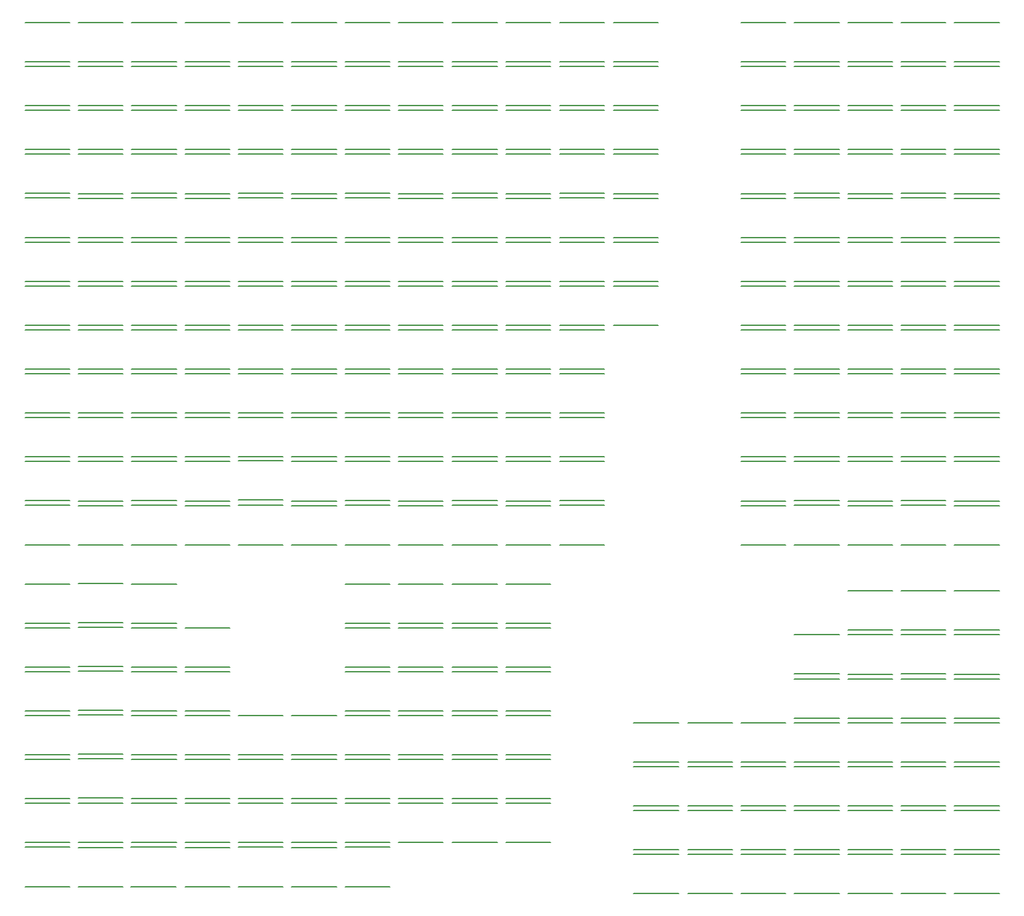
<source format=gbr>
G04 #@! TF.GenerationSoftware,KiCad,Pcbnew,(5.0.0)*
G04 #@! TF.CreationDate,2019-05-02T23:43:43-07:00*
G04 #@! TF.ProjectId,SSB Cap Board - Rev2,5353422043617020426F617264202D20,rev?*
G04 #@! TF.SameCoordinates,Original*
G04 #@! TF.FileFunction,Legend,Bot*
G04 #@! TF.FilePolarity,Positive*
%FSLAX46Y46*%
G04 Gerber Fmt 4.6, Leading zero omitted, Abs format (unit mm)*
G04 Created by KiCad (PCBNEW (5.0.0)) date 05/02/19 23:43:43*
%MOMM*%
%LPD*%
G01*
G04 APERTURE LIST*
%ADD10C,0.150000*%
G04 APERTURE END LIST*
D10*
G04 #@! TO.C,C505*
X42805000Y17195000D02*
X48505000Y17195000D01*
X42805000Y22195000D02*
X48505000Y22195000D01*
G04 #@! TO.C,C503*
X28095000Y16605000D02*
X22395000Y16605000D01*
X28095000Y11605000D02*
X22395000Y11605000D01*
G04 #@! TO.C,C502*
X56405000Y105895000D02*
X62105000Y105895000D01*
X56405000Y100895000D02*
X62105000Y100895000D01*
G04 #@! TO.C,C501*
X29205000Y100895000D02*
X34905000Y100895000D01*
X29205000Y105895000D02*
X34905000Y105895000D01*
G04 #@! TO.C,C500*
X56405000Y27795000D02*
X62105000Y27795000D01*
X56405000Y22795000D02*
X62105000Y22795000D01*
G04 #@! TO.C,C498*
X55295000Y-195000D02*
X49595000Y-195000D01*
X55295000Y-5195000D02*
X49595000Y-5195000D01*
G04 #@! TO.C,C452*
X42805000Y16595000D02*
X48505000Y16595000D01*
X42805000Y11595000D02*
X48505000Y11595000D01*
G04 #@! TO.C,C449*
X41695000Y55505000D02*
X35995000Y55505000D01*
X41695000Y50505000D02*
X35995000Y50505000D01*
G04 #@! TO.C,C496*
X15505000Y16595000D02*
X21205000Y16595000D01*
X15505000Y11595000D02*
X21205000Y11595000D01*
G04 #@! TO.C,C495*
X29205000Y395000D02*
X34905000Y395000D01*
X29205000Y5395000D02*
X34905000Y5395000D01*
G04 #@! TO.C,C494*
X42805000Y33395000D02*
X48505000Y33395000D01*
X42805000Y28395000D02*
X48505000Y28395000D01*
G04 #@! TO.C,C493*
X29205000Y95295000D02*
X34905000Y95295000D01*
X29205000Y100295000D02*
X34905000Y100295000D01*
G04 #@! TO.C,C492*
X56405000Y22195000D02*
X62105000Y22195000D01*
X56405000Y17195000D02*
X62105000Y17195000D01*
G04 #@! TO.C,C491*
X55295000Y5405000D02*
X49595000Y5405000D01*
X55295000Y405000D02*
X49595000Y405000D01*
G04 #@! TO.C,C490*
X42805000Y10995000D02*
X48505000Y10995000D01*
X42805000Y5995000D02*
X48505000Y5995000D01*
G04 #@! TO.C,C499*
X41695000Y61105000D02*
X35995000Y61105000D01*
X41695000Y56105000D02*
X35995000Y56105000D01*
G04 #@! TO.C,C497*
X28095000Y-5195000D02*
X22395000Y-5195000D01*
X28095000Y-195000D02*
X22395000Y-195000D01*
G04 #@! TO.C,C524*
X41695000Y49905000D02*
X35995000Y49905000D01*
X41695000Y44905000D02*
X35995000Y44905000D01*
G04 #@! TO.C,C523*
X29205000Y-205000D02*
X34905000Y-205000D01*
X29205000Y-5205000D02*
X34905000Y-5205000D01*
G04 #@! TO.C,C522*
X55295000Y83505000D02*
X49595000Y83505000D01*
X55295000Y78505000D02*
X49595000Y78505000D01*
G04 #@! TO.C,C521*
X29205000Y94695000D02*
X34905000Y94695000D01*
X29205000Y89695000D02*
X34905000Y89695000D01*
G04 #@! TO.C,C520*
X56405000Y11595000D02*
X62105000Y11595000D01*
X56405000Y16595000D02*
X62105000Y16595000D01*
G04 #@! TO.C,C519*
X55295000Y6005000D02*
X49595000Y6005000D01*
X55295000Y11005000D02*
X49595000Y11005000D01*
G04 #@! TO.C,C518*
X42805000Y395000D02*
X48505000Y395000D01*
X42805000Y5395000D02*
X48505000Y5395000D01*
G04 #@! TO.C,C480*
X41695000Y61705000D02*
X35995000Y61705000D01*
X41695000Y66705000D02*
X35995000Y66705000D01*
G04 #@! TO.C,C506*
X28095000Y5405000D02*
X22395000Y5405000D01*
X28095000Y405000D02*
X22395000Y405000D01*
G04 #@! TO.C,C515*
X42805000Y105895000D02*
X48505000Y105895000D01*
X42805000Y100895000D02*
X48505000Y100895000D01*
G04 #@! TO.C,C514*
X41695000Y-195000D02*
X35995000Y-195000D01*
X41695000Y-5195000D02*
X35995000Y-5195000D01*
G04 #@! TO.C,C513*
X56405000Y44295000D02*
X62105000Y44295000D01*
X56405000Y39295000D02*
X62105000Y39295000D01*
G04 #@! TO.C,C512*
X55295000Y89105000D02*
X49595000Y89105000D01*
X55295000Y84105000D02*
X49595000Y84105000D01*
G04 #@! TO.C,C511*
X29205000Y89095000D02*
X34905000Y89095000D01*
X29205000Y84095000D02*
X34905000Y84095000D01*
G04 #@! TO.C,C510*
X56405000Y5995000D02*
X62105000Y5995000D01*
X56405000Y10995000D02*
X62105000Y10995000D01*
G04 #@! TO.C,C509*
X55295000Y11605000D02*
X49595000Y11605000D01*
X55295000Y16605000D02*
X49595000Y16605000D01*
G04 #@! TO.C,C507*
X42805000Y-5205000D02*
X48505000Y-5205000D01*
X42805000Y-205000D02*
X48505000Y-205000D01*
G04 #@! TO.C,C516*
X41695000Y67305000D02*
X35995000Y67305000D01*
X41695000Y72305000D02*
X35995000Y72305000D01*
G04 #@! TO.C,C469*
X28095000Y11005000D02*
X22395000Y11005000D01*
X28095000Y6005000D02*
X22395000Y6005000D01*
G04 #@! TO.C,C468*
X42805000Y100295000D02*
X48505000Y100295000D01*
X42805000Y95295000D02*
X48505000Y95295000D01*
G04 #@! TO.C,C467*
X41695000Y5405000D02*
X35995000Y5405000D01*
X41695000Y405000D02*
X35995000Y405000D01*
G04 #@! TO.C,C466*
X55295000Y39305000D02*
X49595000Y39305000D01*
X55295000Y44305000D02*
X49595000Y44305000D01*
G04 #@! TO.C,C465*
X55295000Y94705000D02*
X49595000Y94705000D01*
X55295000Y89705000D02*
X49595000Y89705000D01*
G04 #@! TO.C,C464*
X42805000Y44295000D02*
X48505000Y44295000D01*
X42805000Y39295000D02*
X48505000Y39295000D01*
G04 #@! TO.C,C463*
X29205000Y78495000D02*
X34905000Y78495000D01*
X29205000Y83495000D02*
X34905000Y83495000D01*
G04 #@! TO.C,C461*
X56405000Y5395000D02*
X62105000Y5395000D01*
X56405000Y395000D02*
X62105000Y395000D01*
G04 #@! TO.C,C488*
X55295000Y22205000D02*
X49595000Y22205000D01*
X55295000Y17205000D02*
X49595000Y17205000D01*
G04 #@! TO.C,C460*
X41695000Y72905000D02*
X35995000Y72905000D01*
X41695000Y77905000D02*
X35995000Y77905000D01*
G04 #@! TO.C,C459*
X29205000Y5995000D02*
X34905000Y5995000D01*
X29205000Y10995000D02*
X34905000Y10995000D01*
G04 #@! TO.C,C458*
X42805000Y94695000D02*
X48505000Y94695000D01*
X42805000Y89695000D02*
X48505000Y89695000D01*
G04 #@! TO.C,C457*
X41695000Y11005000D02*
X35995000Y11005000D01*
X41695000Y6005000D02*
X35995000Y6005000D01*
G04 #@! TO.C,C455*
X55295000Y100305000D02*
X49595000Y100305000D01*
X55295000Y95305000D02*
X49595000Y95305000D01*
G04 #@! TO.C,C454*
X41695000Y39305000D02*
X35995000Y39305000D01*
X41695000Y44305000D02*
X35995000Y44305000D01*
G04 #@! TO.C,C453*
X29205000Y72895000D02*
X34905000Y72895000D01*
X29205000Y77895000D02*
X34905000Y77895000D01*
G04 #@! TO.C,C489*
X41695000Y22205000D02*
X35995000Y22205000D01*
X41695000Y17205000D02*
X35995000Y17205000D01*
G04 #@! TO.C,C487*
X55295000Y22805000D02*
X49595000Y22805000D01*
X55295000Y27805000D02*
X49595000Y27805000D01*
G04 #@! TO.C,C486*
X41695000Y83505000D02*
X35995000Y83505000D01*
X41695000Y78505000D02*
X35995000Y78505000D01*
G04 #@! TO.C,C485*
X42805000Y89095000D02*
X48505000Y89095000D01*
X42805000Y84095000D02*
X48505000Y84095000D01*
G04 #@! TO.C,C484*
X41695000Y16605000D02*
X35995000Y16605000D01*
X41695000Y11605000D02*
X35995000Y11605000D01*
G04 #@! TO.C,C483*
X56405000Y89095000D02*
X62105000Y89095000D01*
X56405000Y84095000D02*
X62105000Y84095000D01*
G04 #@! TO.C,C482*
X55295000Y105905000D02*
X49595000Y105905000D01*
X55295000Y100905000D02*
X49595000Y100905000D01*
G04 #@! TO.C,C481*
X56405000Y100295000D02*
X62105000Y100295000D01*
X56405000Y95295000D02*
X62105000Y95295000D01*
G04 #@! TO.C,C508*
X29205000Y67295000D02*
X34905000Y67295000D01*
X29205000Y72295000D02*
X34905000Y72295000D01*
G04 #@! TO.C,C478*
X15505000Y5995000D02*
X21205000Y5995000D01*
X15505000Y10995000D02*
X21205000Y10995000D01*
G04 #@! TO.C,C476*
X42805000Y22795000D02*
X48505000Y22795000D01*
X42805000Y27795000D02*
X48505000Y27795000D01*
G04 #@! TO.C,C475*
X41695000Y84105000D02*
X35995000Y84105000D01*
X41695000Y89105000D02*
X35995000Y89105000D01*
G04 #@! TO.C,C474*
X42805000Y78495000D02*
X48505000Y78495000D01*
X42805000Y83495000D02*
X48505000Y83495000D01*
G04 #@! TO.C,C473*
X56405000Y83495000D02*
X62105000Y83495000D01*
X56405000Y78495000D02*
X62105000Y78495000D01*
G04 #@! TO.C,C472*
X56405000Y-5205000D02*
X62105000Y-5205000D01*
X56405000Y-205000D02*
X62105000Y-205000D01*
G04 #@! TO.C,C471*
X55295000Y28405000D02*
X49595000Y28405000D01*
X55295000Y33405000D02*
X49595000Y33405000D01*
G04 #@! TO.C,C470*
X29205000Y61695000D02*
X34905000Y61695000D01*
X29205000Y66695000D02*
X34905000Y66695000D01*
G04 #@! TO.C,C579*
X15505000Y395000D02*
X21205000Y395000D01*
X15505000Y5395000D02*
X21205000Y5395000D01*
G04 #@! TO.C,C575*
X41695000Y94705000D02*
X35995000Y94705000D01*
X41695000Y89705000D02*
X35995000Y89705000D01*
G04 #@! TO.C,C574*
X42805000Y77895000D02*
X48505000Y77895000D01*
X42805000Y72895000D02*
X48505000Y72895000D01*
G04 #@! TO.C,C600*
X56405000Y72895000D02*
X62105000Y72895000D01*
X56405000Y77895000D02*
X62105000Y77895000D01*
G04 #@! TO.C,C572*
X56405000Y33395000D02*
X62105000Y33395000D01*
X56405000Y28395000D02*
X62105000Y28395000D01*
G04 #@! TO.C,C525*
X29205000Y56095000D02*
X34905000Y56095000D01*
X29205000Y61095000D02*
X34905000Y61095000D01*
G04 #@! TO.C,C569*
X15505000Y-5205000D02*
X21205000Y-5205000D01*
X15505000Y-205000D02*
X21205000Y-205000D01*
G04 #@! TO.C,C565*
X41695000Y100305000D02*
X35995000Y100305000D01*
X41695000Y95305000D02*
X35995000Y95305000D01*
G04 #@! TO.C,C526*
X42805000Y67295000D02*
X48505000Y67295000D01*
X42805000Y72295000D02*
X48505000Y72295000D01*
G04 #@! TO.C,C571*
X56405000Y72295000D02*
X62105000Y72295000D01*
X56405000Y67295000D02*
X62105000Y67295000D01*
G04 #@! TO.C,C598*
X41695000Y27805000D02*
X35995000Y27805000D01*
X41695000Y22805000D02*
X35995000Y22805000D01*
G04 #@! TO.C,C582*
X41695000Y105905000D02*
X35995000Y105905000D01*
X41695000Y100905000D02*
X35995000Y100905000D01*
G04 #@! TO.C,C580*
X56405000Y94695000D02*
X62105000Y94695000D01*
X56405000Y89695000D02*
X62105000Y89695000D01*
G04 #@! TO.C,C589*
X42805000Y61695000D02*
X48505000Y61695000D01*
X42805000Y66695000D02*
X48505000Y66695000D01*
G04 #@! TO.C,C587*
X56405000Y61695000D02*
X62105000Y61695000D01*
X56405000Y66695000D02*
X62105000Y66695000D01*
G04 #@! TO.C,C586*
X55295000Y44905000D02*
X49595000Y44905000D01*
X55295000Y49905000D02*
X49595000Y49905000D01*
G04 #@! TO.C,C581*
X29205000Y50495000D02*
X34905000Y50495000D01*
X29205000Y55495000D02*
X34905000Y55495000D01*
G04 #@! TO.C,C543*
X42805000Y56095000D02*
X48505000Y56095000D01*
X42805000Y61095000D02*
X48505000Y61095000D01*
G04 #@! TO.C,C541*
X56405000Y56095000D02*
X62105000Y56095000D01*
X56405000Y61095000D02*
X62105000Y61095000D01*
G04 #@! TO.C,C539*
X55295000Y55505000D02*
X49595000Y55505000D01*
X55295000Y50505000D02*
X49595000Y50505000D01*
G04 #@! TO.C,C538*
X29205000Y16595000D02*
X34905000Y16595000D01*
X29205000Y11595000D02*
X34905000Y11595000D01*
G04 #@! TO.C,C563*
X29205000Y44895000D02*
X34905000Y44895000D01*
X29205000Y49895000D02*
X34905000Y49895000D01*
G04 #@! TO.C,C533*
X42805000Y50495000D02*
X48505000Y50495000D01*
X42805000Y55495000D02*
X48505000Y55495000D01*
G04 #@! TO.C,C531*
X56405000Y50495000D02*
X62105000Y50495000D01*
X56405000Y55495000D02*
X62105000Y55495000D01*
G04 #@! TO.C,C529*
X55295000Y61105000D02*
X49595000Y61105000D01*
X55295000Y56105000D02*
X49595000Y56105000D01*
G04 #@! TO.C,C561*
X42805000Y44895000D02*
X48505000Y44895000D01*
X42805000Y49895000D02*
X48505000Y49895000D01*
G04 #@! TO.C,C559*
X56405000Y44895000D02*
X62105000Y44895000D01*
X56405000Y49895000D02*
X62105000Y49895000D01*
G04 #@! TO.C,C557*
X55295000Y66705000D02*
X49595000Y66705000D01*
X55295000Y61705000D02*
X49595000Y61705000D01*
G04 #@! TO.C,C549*
X29205000Y39295000D02*
X34905000Y39295000D01*
X29205000Y44295000D02*
X34905000Y44295000D01*
G04 #@! TO.C,C547*
X55295000Y72305000D02*
X49595000Y72305000D01*
X55295000Y67305000D02*
X49595000Y67305000D01*
G04 #@! TO.C,C426*
X55295000Y72905000D02*
X49595000Y72905000D01*
X55295000Y77905000D02*
X49595000Y77905000D01*
G04 #@! TO.C,C173*
X-56405000Y29305000D02*
X-62105000Y29305000D01*
X-56405000Y34305000D02*
X-62105000Y34305000D01*
G04 #@! TO.C,C300*
X-28095000Y78495000D02*
X-22395000Y78495000D01*
X-28095000Y83495000D02*
X-22395000Y83495000D01*
G04 #@! TO.C,C242*
X-28095000Y84095000D02*
X-22395000Y84095000D01*
X-28095000Y89095000D02*
X-22395000Y89095000D01*
G04 #@! TO.C,C239*
X-28095000Y61095000D02*
X-22395000Y61095000D01*
X-28095000Y56095000D02*
X-22395000Y56095000D01*
G04 #@! TO.C,C232*
X-28095000Y94695000D02*
X-22395000Y94695000D01*
X-28095000Y89695000D02*
X-22395000Y89695000D01*
G04 #@! TO.C,C250*
X-28095000Y61695000D02*
X-22395000Y61695000D01*
X-28095000Y66695000D02*
X-22395000Y66695000D01*
G04 #@! TO.C,C255*
X-28095000Y44295000D02*
X-22395000Y44295000D01*
X-28095000Y39295000D02*
X-22395000Y39295000D01*
G04 #@! TO.C,C64*
X-56405000Y23705000D02*
X-62105000Y23705000D01*
X-56405000Y28705000D02*
X-62105000Y28705000D01*
G04 #@! TO.C,C5*
X12905000Y94695000D02*
X18605000Y94695000D01*
X12905000Y89695000D02*
X18605000Y89695000D01*
G04 #@! TO.C,C23*
X12905000Y100295000D02*
X18605000Y100295000D01*
X12905000Y95295000D02*
X18605000Y95295000D01*
G04 #@! TO.C,C29*
X12905000Y72895000D02*
X18605000Y72895000D01*
X12905000Y77895000D02*
X18605000Y77895000D01*
G04 #@! TO.C,C129*
X12905000Y105895000D02*
X18605000Y105895000D01*
X12905000Y100895000D02*
X18605000Y100895000D01*
G04 #@! TO.C,C128*
X12905000Y78495000D02*
X18605000Y78495000D01*
X12905000Y83495000D02*
X18605000Y83495000D01*
G04 #@! TO.C,C127*
X12905000Y72295000D02*
X18605000Y72295000D01*
X12905000Y67295000D02*
X18605000Y67295000D01*
G04 #@! TO.C,C110*
X12905000Y89095000D02*
X18605000Y89095000D01*
X12905000Y84095000D02*
X18605000Y84095000D01*
G04 #@! TO.C,C307*
X-28095000Y72895000D02*
X-22395000Y72895000D01*
X-28095000Y77895000D02*
X-22395000Y77895000D01*
G04 #@! TO.C,C337*
X-28095000Y49895000D02*
X-22395000Y49895000D01*
X-28095000Y44895000D02*
X-22395000Y44895000D01*
G04 #@! TO.C,C326*
X-28095000Y100895000D02*
X-22395000Y100895000D01*
X-28095000Y105895000D02*
X-22395000Y105895000D01*
G04 #@! TO.C,C323*
X-28095000Y72295000D02*
X-22395000Y72295000D01*
X-28095000Y67295000D02*
X-22395000Y67295000D01*
G04 #@! TO.C,C391*
X-28095000Y100295000D02*
X-22395000Y100295000D01*
X-28095000Y95295000D02*
X-22395000Y95295000D01*
G04 #@! TO.C,C400*
X-28095000Y55495000D02*
X-22395000Y55495000D01*
X-28095000Y50495000D02*
X-22395000Y50495000D01*
G04 #@! TO.C,C342*
X-41695000Y-4305000D02*
X-35995000Y-4305000D01*
X-41695000Y695000D02*
X-35995000Y695000D01*
G04 #@! TO.C,C341*
X-42880365Y705000D02*
X-48580365Y705000D01*
X-42880365Y-4295000D02*
X-48580365Y-4295000D01*
G04 #@! TO.C,C340*
X-28095000Y1295000D02*
X-22395000Y1295000D01*
X-28095000Y6295000D02*
X-22395000Y6295000D01*
G04 #@! TO.C,C339*
X-15605000Y705000D02*
X-21305000Y705000D01*
X-15605000Y-4295000D02*
X-21305000Y-4295000D01*
G04 #@! TO.C,C338*
X-56405000Y44305000D02*
X-62105000Y44305000D01*
X-56405000Y39305000D02*
X-62105000Y39305000D01*
G04 #@! TO.C,C336*
X-29205000Y705000D02*
X-34905000Y705000D01*
X-29205000Y-4295000D02*
X-34905000Y-4295000D01*
G04 #@! TO.C,C335*
X-55295000Y23795000D02*
X-49595000Y23795000D01*
X-55295000Y28795000D02*
X-49595000Y28795000D01*
G04 #@! TO.C,C334*
X-42805000Y6305000D02*
X-48505000Y6305000D01*
X-42805000Y1305000D02*
X-48505000Y1305000D01*
G04 #@! TO.C,C333*
X-42805000Y34305000D02*
X-48505000Y34305000D01*
X-42805000Y29305000D02*
X-48505000Y29305000D01*
G04 #@! TO.C,C332*
X-28095000Y-4305000D02*
X-22395000Y-4305000D01*
X-28095000Y695000D02*
X-22395000Y695000D01*
G04 #@! TO.C,C376*
X-15605000Y6305000D02*
X-21305000Y6305000D01*
X-15605000Y1305000D02*
X-21305000Y1305000D01*
G04 #@! TO.C,C328*
X-56405000Y49905000D02*
X-62105000Y49905000D01*
X-56405000Y44905000D02*
X-62105000Y44905000D01*
G04 #@! TO.C,C327*
X-55295000Y95295000D02*
X-49595000Y95295000D01*
X-55295000Y100295000D02*
X-49595000Y100295000D01*
G04 #@! TO.C,C325*
X-55295000Y18195000D02*
X-49595000Y18195000D01*
X-55295000Y23195000D02*
X-49595000Y23195000D01*
G04 #@! TO.C,C324*
X-42805000Y11905000D02*
X-48505000Y11905000D01*
X-42805000Y6905000D02*
X-48505000Y6905000D01*
G04 #@! TO.C,C322*
X-55295000Y-4305000D02*
X-49595000Y-4305000D01*
X-55295000Y695000D02*
X-49595000Y695000D01*
G04 #@! TO.C,C321*
X-15605000Y11905000D02*
X-21305000Y11905000D01*
X-15605000Y6905000D02*
X-21305000Y6905000D01*
G04 #@! TO.C,C320*
X-56405000Y55505000D02*
X-62105000Y55505000D01*
X-56405000Y50505000D02*
X-62105000Y50505000D01*
G04 #@! TO.C,C319*
X-55295000Y89695000D02*
X-49595000Y89695000D01*
X-55295000Y94695000D02*
X-49595000Y94695000D01*
G04 #@! TO.C,C318*
X-1905000Y44305000D02*
X-7605000Y44305000D01*
X-1905000Y39305000D02*
X-7605000Y39305000D01*
G04 #@! TO.C,C317*
X-29205000Y11905000D02*
X-34905000Y11905000D01*
X-29205000Y6905000D02*
X-34905000Y6905000D01*
G04 #@! TO.C,C316*
X-55295000Y12595000D02*
X-49595000Y12595000D01*
X-55295000Y17595000D02*
X-49595000Y17595000D01*
G04 #@! TO.C,C331*
X-42805000Y17505000D02*
X-48505000Y17505000D01*
X-42805000Y12505000D02*
X-48505000Y12505000D01*
G04 #@! TO.C,C330*
X-41695000Y23695000D02*
X-35995000Y23695000D01*
X-41695000Y28695000D02*
X-35995000Y28695000D01*
G04 #@! TO.C,C329*
X-1905000Y6305000D02*
X-7605000Y6305000D01*
X-1905000Y1305000D02*
X-7605000Y1305000D01*
G04 #@! TO.C,C374*
X-15605000Y17505000D02*
X-21305000Y17505000D01*
X-15605000Y12505000D02*
X-21305000Y12505000D01*
G04 #@! TO.C,C373*
X-56405000Y61105000D02*
X-62105000Y61105000D01*
X-56405000Y56105000D02*
X-62105000Y56105000D01*
G04 #@! TO.C,C372*
X-55295000Y84095000D02*
X-49595000Y84095000D01*
X-55295000Y89095000D02*
X-49595000Y89095000D01*
G04 #@! TO.C,C371*
X-795000Y89695000D02*
X4905000Y89695000D01*
X-795000Y94695000D02*
X4905000Y94695000D01*
G04 #@! TO.C,C370*
X-55295000Y1295000D02*
X-49595000Y1295000D01*
X-55295000Y6295000D02*
X-49595000Y6295000D01*
G04 #@! TO.C,C369*
X-1905000Y49905000D02*
X-7605000Y49905000D01*
X-1905000Y44905000D02*
X-7605000Y44905000D01*
G04 #@! TO.C,C368*
X-14495000Y100895000D02*
X-8795000Y100895000D01*
X-14495000Y105895000D02*
X-8795000Y105895000D01*
G04 #@! TO.C,C367*
X-55295000Y6995000D02*
X-49595000Y6995000D01*
X-55295000Y11995000D02*
X-49595000Y11995000D01*
G04 #@! TO.C,C366*
X-42805000Y23105000D02*
X-48505000Y23105000D01*
X-42805000Y18105000D02*
X-48505000Y18105000D01*
G04 #@! TO.C,C365*
X-41695000Y18095000D02*
X-35995000Y18095000D01*
X-41695000Y23095000D02*
X-35995000Y23095000D01*
G04 #@! TO.C,C364*
X-1905000Y11905000D02*
X-7605000Y11905000D01*
X-1905000Y6905000D02*
X-7605000Y6905000D01*
G04 #@! TO.C,C363*
X-15605000Y23105000D02*
X-21305000Y23105000D01*
X-15605000Y18105000D02*
X-21305000Y18105000D01*
G04 #@! TO.C,C346*
X-56405000Y66705000D02*
X-62105000Y66705000D01*
X-56405000Y61705000D02*
X-62105000Y61705000D01*
G04 #@! TO.C,C344*
X-55295000Y78495000D02*
X-49595000Y78495000D01*
X-55295000Y83495000D02*
X-49595000Y83495000D01*
G04 #@! TO.C,C359*
X-795000Y84095000D02*
X4905000Y84095000D01*
X-795000Y89095000D02*
X4905000Y89095000D01*
G04 #@! TO.C,C358*
X-1905000Y55505000D02*
X-7605000Y55505000D01*
X-1905000Y50505000D02*
X-7605000Y50505000D01*
G04 #@! TO.C,C357*
X-14495000Y95295000D02*
X-8795000Y95295000D01*
X-14495000Y100295000D02*
X-8795000Y100295000D01*
G04 #@! TO.C,C356*
X-29205000Y17505000D02*
X-34905000Y17505000D01*
X-29205000Y12505000D02*
X-34905000Y12505000D01*
G04 #@! TO.C,C355*
X-56405000Y11905000D02*
X-62105000Y11905000D01*
X-56405000Y6905000D02*
X-62105000Y6905000D01*
G04 #@! TO.C,C354*
X-42805000Y28705000D02*
X-48505000Y28705000D01*
X-42805000Y23705000D02*
X-48505000Y23705000D01*
G04 #@! TO.C,C353*
X-41695000Y12495000D02*
X-35995000Y12495000D01*
X-41695000Y17495000D02*
X-35995000Y17495000D01*
G04 #@! TO.C,C352*
X-1905000Y17505000D02*
X-7605000Y17505000D01*
X-1905000Y12505000D02*
X-7605000Y12505000D01*
G04 #@! TO.C,C351*
X-15605000Y28705000D02*
X-21305000Y28705000D01*
X-15605000Y23705000D02*
X-21305000Y23705000D01*
G04 #@! TO.C,C350*
X-56405000Y72305000D02*
X-62105000Y72305000D01*
X-56405000Y67305000D02*
X-62105000Y67305000D01*
G04 #@! TO.C,C349*
X-55295000Y72895000D02*
X-49595000Y72895000D01*
X-55295000Y77895000D02*
X-49595000Y77895000D01*
G04 #@! TO.C,C348*
X-795000Y78495000D02*
X4905000Y78495000D01*
X-795000Y83495000D02*
X4905000Y83495000D01*
G04 #@! TO.C,C347*
X-1905000Y61105000D02*
X-7605000Y61105000D01*
X-1905000Y56105000D02*
X-7605000Y56105000D01*
G04 #@! TO.C,C362*
X-14495000Y89695000D02*
X-8795000Y89695000D01*
X-14495000Y94695000D02*
X-8795000Y94695000D01*
G04 #@! TO.C,C361*
X-15605000Y49905000D02*
X-21305000Y49905000D01*
X-15605000Y44905000D02*
X-21305000Y44905000D01*
G04 #@! TO.C,C360*
X-14495000Y29295000D02*
X-8795000Y29295000D01*
X-14495000Y34295000D02*
X-8795000Y34295000D01*
G04 #@! TO.C,C279*
X-56405000Y105905000D02*
X-62105000Y105905000D01*
X-56405000Y100905000D02*
X-62105000Y100905000D01*
G04 #@! TO.C,C278*
X-795000Y72895000D02*
X4905000Y72895000D01*
X-795000Y77895000D02*
X4905000Y77895000D01*
G04 #@! TO.C,C277*
X-14495000Y78495000D02*
X-8795000Y78495000D01*
X-14495000Y83495000D02*
X-8795000Y83495000D01*
G04 #@! TO.C,C276*
X-795000Y100895000D02*
X4905000Y100895000D01*
X-795000Y105895000D02*
X4905000Y105895000D01*
G04 #@! TO.C,C275*
X-28095000Y6895000D02*
X-22395000Y6895000D01*
X-28095000Y11895000D02*
X-22395000Y11895000D01*
G04 #@! TO.C,C274*
X-15605000Y44305000D02*
X-21305000Y44305000D01*
X-15605000Y39305000D02*
X-21305000Y39305000D01*
G04 #@! TO.C,C272*
X-55295000Y50495000D02*
X-49595000Y50495000D01*
X-55295000Y55495000D02*
X-49595000Y55495000D01*
G04 #@! TO.C,C271*
X-795000Y56095000D02*
X4905000Y56095000D01*
X-795000Y61095000D02*
X4905000Y61095000D01*
G04 #@! TO.C,C270*
X-1905000Y83505000D02*
X-7605000Y83505000D01*
X-1905000Y78505000D02*
X-7605000Y78505000D01*
G04 #@! TO.C,C269*
X-14495000Y67295000D02*
X-8795000Y67295000D01*
X-14495000Y72295000D02*
X-8795000Y72295000D01*
G04 #@! TO.C,C315*
X-15605000Y72305000D02*
X-21305000Y72305000D01*
X-15605000Y67305000D02*
X-21305000Y67305000D01*
G04 #@! TO.C,C267*
X-55295000Y100895000D02*
X-49595000Y100895000D01*
X-55295000Y105895000D02*
X-49595000Y105895000D01*
G04 #@! TO.C,C313*
X-14495000Y12495000D02*
X-8795000Y12495000D01*
X-14495000Y17495000D02*
X-8795000Y17495000D01*
G04 #@! TO.C,C312*
X-1905000Y105905000D02*
X-7605000Y105905000D01*
X-1905000Y100905000D02*
X-7605000Y100905000D01*
G04 #@! TO.C,C263*
X-15605000Y83505000D02*
X-21305000Y83505000D01*
X-15605000Y78505000D02*
X-21305000Y78505000D01*
G04 #@! TO.C,C256*
X-795000Y39295000D02*
X4905000Y39295000D01*
X-795000Y44295000D02*
X4905000Y44295000D01*
G04 #@! TO.C,C254*
X-1905000Y100305000D02*
X-7605000Y100305000D01*
X-1905000Y95305000D02*
X-7605000Y95305000D01*
G04 #@! TO.C,C253*
X-14495000Y50495000D02*
X-8795000Y50495000D01*
X-14495000Y55495000D02*
X-8795000Y55495000D01*
G04 #@! TO.C,C268*
X-15605000Y89105000D02*
X-21305000Y89105000D01*
X-15605000Y84105000D02*
X-21305000Y84105000D01*
G04 #@! TO.C,C306*
X-14495000Y44895000D02*
X-8795000Y44895000D01*
X-14495000Y49895000D02*
X-8795000Y49895000D01*
G04 #@! TO.C,C305*
X-15605000Y94705000D02*
X-21305000Y94705000D01*
X-15605000Y89705000D02*
X-21305000Y89705000D01*
G04 #@! TO.C,C297*
X-14495000Y39295000D02*
X-8795000Y39295000D01*
X-14495000Y44295000D02*
X-8795000Y44295000D01*
G04 #@! TO.C,C280*
X-15605000Y100305000D02*
X-21305000Y100305000D01*
X-15605000Y95305000D02*
X-21305000Y95305000D01*
G04 #@! TO.C,C290*
X-795000Y95295000D02*
X4905000Y95295000D01*
X-795000Y100295000D02*
X4905000Y100295000D01*
G04 #@! TO.C,C288*
X-15605000Y105905000D02*
X-21305000Y105905000D01*
X-15605000Y100905000D02*
X-21305000Y100905000D01*
G04 #@! TO.C,C375*
X-55295000Y44895000D02*
X-49595000Y44895000D01*
X-55295000Y49895000D02*
X-49595000Y49895000D01*
G04 #@! TO.C,C393*
X-41695000Y100895000D02*
X-35995000Y100895000D01*
X-41695000Y105895000D02*
X-35995000Y105895000D01*
G04 #@! TO.C,C69*
X11795000Y89105000D02*
X6095000Y89105000D01*
X11795000Y84105000D02*
X6095000Y84105000D01*
G04 #@! TO.C,C67*
X-795000Y1295000D02*
X4905000Y1295000D01*
X-795000Y6295000D02*
X4905000Y6295000D01*
G04 #@! TO.C,C66*
X-795000Y23695000D02*
X4905000Y23695000D01*
X-795000Y28695000D02*
X4905000Y28695000D01*
G04 #@! TO.C,C65*
X11795000Y49905000D02*
X6095000Y49905000D01*
X11795000Y44905000D02*
X6095000Y44905000D01*
G04 #@! TO.C,C79*
X-29205000Y50011105D02*
X-34905000Y50011105D01*
X-29205000Y45011105D02*
X-34905000Y45011105D01*
G04 #@! TO.C,C124*
X-42805000Y49905000D02*
X-48505000Y49905000D01*
X-42805000Y44905000D02*
X-48505000Y44905000D01*
G04 #@! TO.C,C123*
X-41695000Y89695000D02*
X-35995000Y89695000D01*
X-41695000Y94695000D02*
X-35995000Y94695000D01*
G04 #@! TO.C,C122*
X11795000Y44305000D02*
X6095000Y44305000D01*
X11795000Y39305000D02*
X6095000Y39305000D01*
G04 #@! TO.C,C121*
X11795000Y105915470D02*
X6095000Y105915470D01*
X11795000Y100915470D02*
X6095000Y100915470D01*
G04 #@! TO.C,C117*
X-29205000Y94705000D02*
X-34905000Y94705000D01*
X-29205000Y89705000D02*
X-34905000Y89705000D01*
G04 #@! TO.C,C116*
X-29205000Y55505000D02*
X-34905000Y55505000D01*
X-29205000Y50505000D02*
X-34905000Y50505000D01*
G04 #@! TO.C,C115*
X-42805000Y55505000D02*
X-48505000Y55505000D01*
X-42805000Y50505000D02*
X-48505000Y50505000D01*
G04 #@! TO.C,C114*
X-41695000Y84095000D02*
X-35995000Y84095000D01*
X-41695000Y89095000D02*
X-35995000Y89095000D01*
G04 #@! TO.C,C113*
X-56405000Y705000D02*
X-62105000Y705000D01*
X-56405000Y-4295000D02*
X-62105000Y-4295000D01*
G04 #@! TO.C,C112*
X-29205000Y83505000D02*
X-34905000Y83505000D01*
X-29205000Y78505000D02*
X-34905000Y78505000D01*
G04 #@! TO.C,C111*
X-42805000Y83505000D02*
X-48505000Y83505000D01*
X-42805000Y78505000D02*
X-48505000Y78505000D01*
G04 #@! TO.C,C159*
X-41695000Y56095000D02*
X-35995000Y56095000D01*
X-41695000Y61095000D02*
X-35995000Y61095000D01*
G04 #@! TO.C,C109*
X11795000Y77905000D02*
X6095000Y77905000D01*
X11795000Y72905000D02*
X6095000Y72905000D01*
G04 #@! TO.C,C107*
X-795000Y18095000D02*
X4905000Y18095000D01*
X-795000Y23095000D02*
X4905000Y23095000D01*
G04 #@! TO.C,C104*
X-795000Y6895000D02*
X4905000Y6895000D01*
X-795000Y11895000D02*
X4905000Y11895000D01*
G04 #@! TO.C,C103*
X-29205000Y105905000D02*
X-34905000Y105905000D01*
X-29205000Y100905000D02*
X-34905000Y100905000D01*
G04 #@! TO.C,C102*
X-29205000Y66705000D02*
X-34905000Y66705000D01*
X-29205000Y61705000D02*
X-34905000Y61705000D01*
G04 #@! TO.C,C101*
X-42805000Y66705000D02*
X-48505000Y66705000D01*
X-42805000Y61705000D02*
X-48505000Y61705000D01*
G04 #@! TO.C,C100*
X-41695000Y72895000D02*
X-35995000Y72895000D01*
X-41695000Y77895000D02*
X-35995000Y77895000D01*
G04 #@! TO.C,C99*
X11795000Y61105000D02*
X6095000Y61105000D01*
X11795000Y56105000D02*
X6095000Y56105000D01*
G04 #@! TO.C,C98*
X-42805000Y105905000D02*
X-48505000Y105905000D01*
X-42805000Y100905000D02*
X-48505000Y100905000D01*
G04 #@! TO.C,C28*
X-795000Y29295000D02*
X4905000Y29295000D01*
X-795000Y34295000D02*
X4905000Y34295000D01*
G04 #@! TO.C,C27*
X-14495000Y1295000D02*
X-8795000Y1295000D01*
X-14495000Y6295000D02*
X-8795000Y6295000D01*
G04 #@! TO.C,C26*
X-29205000Y44305000D02*
X-34905000Y44305000D01*
X-29205000Y39305000D02*
X-34905000Y39305000D01*
G04 #@! TO.C,C25*
X-42805000Y44305000D02*
X-48505000Y44305000D01*
X-42805000Y39305000D02*
X-48505000Y39305000D01*
G04 #@! TO.C,C24*
X-41695000Y95295000D02*
X-35995000Y95295000D01*
X-41695000Y100295000D02*
X-35995000Y100295000D01*
G04 #@! TO.C,C20*
X-42805000Y72305000D02*
X-48505000Y72305000D01*
X-42805000Y67305000D02*
X-48505000Y67305000D01*
G04 #@! TO.C,C19*
X-41695000Y67295000D02*
X-35995000Y67295000D01*
X-41695000Y72295000D02*
X-35995000Y72295000D01*
G04 #@! TO.C,C18*
X11795000Y66705000D02*
X6095000Y66705000D01*
X11795000Y61705000D02*
X6095000Y61705000D01*
G04 #@! TO.C,C6*
X-29205000Y77905000D02*
X-34905000Y77905000D01*
X-29205000Y72905000D02*
X-34905000Y72905000D01*
G04 #@! TO.C,C7*
X-42805000Y77905000D02*
X-48505000Y77905000D01*
X-42805000Y72905000D02*
X-48505000Y72905000D01*
G04 #@! TO.C,C8*
X-41695000Y61695000D02*
X-35995000Y61695000D01*
X-41695000Y66695000D02*
X-35995000Y66695000D01*
G04 #@! TO.C,C9*
X11795000Y72305000D02*
X6095000Y72305000D01*
X11795000Y67305000D02*
X6095000Y67305000D01*
G04 #@! TO.C,C17*
X-56405000Y17505000D02*
X-62105000Y17505000D01*
X-56405000Y12505000D02*
X-62105000Y12505000D01*
G04 #@! TO.C,C58*
X-29205000Y89105000D02*
X-34905000Y89105000D01*
X-29205000Y84105000D02*
X-34905000Y84105000D01*
G04 #@! TO.C,C57*
X-41695000Y44895000D02*
X-35995000Y44895000D01*
X-41695000Y49895000D02*
X-35995000Y49895000D01*
G04 #@! TO.C,C56*
X-42805000Y89105000D02*
X-48505000Y89105000D01*
X-42805000Y84105000D02*
X-48505000Y84105000D01*
G04 #@! TO.C,C55*
X-41695000Y50495000D02*
X-35995000Y50495000D01*
X-41695000Y55495000D02*
X-35995000Y55495000D01*
G04 #@! TO.C,C54*
X11795000Y83505000D02*
X6095000Y83505000D01*
X11795000Y78505000D02*
X6095000Y78505000D01*
G04 #@! TO.C,C30*
X-42805000Y94705000D02*
X-48505000Y94705000D01*
X-42805000Y89705000D02*
X-48505000Y89705000D01*
G04 #@! TO.C,C42*
X-29205000Y72305000D02*
X-34905000Y72305000D01*
X-29205000Y67305000D02*
X-34905000Y67305000D01*
G04 #@! TO.C,C218*
X-14495000Y56095000D02*
X-8795000Y56095000D01*
X-14495000Y61095000D02*
X-8795000Y61095000D01*
G04 #@! TO.C,C217*
X-1905000Y94705000D02*
X-7605000Y94705000D01*
X-1905000Y89705000D02*
X-7605000Y89705000D01*
G04 #@! TO.C,C216*
X-795000Y44895000D02*
X4905000Y44895000D01*
X-795000Y49895000D02*
X4905000Y49895000D01*
G04 #@! TO.C,C214*
X-55295000Y39295000D02*
X-49595000Y39295000D01*
X-55295000Y44295000D02*
X-49595000Y44295000D01*
G04 #@! TO.C,C210*
X-14495000Y6895000D02*
X-8795000Y6895000D01*
X-14495000Y11895000D02*
X-8795000Y11895000D01*
G04 #@! TO.C,C208*
X-15605000Y77905000D02*
X-21305000Y77905000D01*
X-15605000Y72905000D02*
X-21305000Y72905000D01*
G04 #@! TO.C,C207*
X-14495000Y61695000D02*
X-8795000Y61695000D01*
X-14495000Y66695000D02*
X-8795000Y66695000D01*
G04 #@! TO.C,C206*
X-1905000Y89105000D02*
X-7605000Y89105000D01*
X-1905000Y84105000D02*
X-7605000Y84105000D01*
G04 #@! TO.C,C205*
X-795000Y50495000D02*
X4905000Y50495000D01*
X-795000Y55495000D02*
X4905000Y55495000D01*
G04 #@! TO.C,C202*
X-56405000Y100305000D02*
X-62105000Y100305000D01*
X-56405000Y95305000D02*
X-62105000Y95305000D01*
G04 #@! TO.C,C204*
X-14495000Y18095000D02*
X-8795000Y18095000D01*
X-14495000Y23095000D02*
X-8795000Y23095000D01*
G04 #@! TO.C,C249*
X-15605000Y66705000D02*
X-21305000Y66705000D01*
X-15605000Y61705000D02*
X-21305000Y61705000D01*
G04 #@! TO.C,C248*
X-14495000Y72895000D02*
X-8795000Y72895000D01*
X-14495000Y77895000D02*
X-8795000Y77895000D01*
G04 #@! TO.C,C247*
X-1905000Y77905000D02*
X-7605000Y77905000D01*
X-1905000Y72905000D02*
X-7605000Y72905000D01*
G04 #@! TO.C,C246*
X-795000Y61695000D02*
X4905000Y61695000D01*
X-795000Y66695000D02*
X4905000Y66695000D01*
G04 #@! TO.C,C245*
X-55295000Y56095000D02*
X-49595000Y56095000D01*
X-55295000Y61095000D02*
X-49595000Y61095000D01*
G04 #@! TO.C,C244*
X-56405000Y89105000D02*
X-62105000Y89105000D01*
X-56405000Y84105000D02*
X-62105000Y84105000D01*
G04 #@! TO.C,C243*
X-28095000Y12495000D02*
X-22395000Y12495000D01*
X-28095000Y17495000D02*
X-22395000Y17495000D01*
G04 #@! TO.C,C241*
X-1905000Y34305000D02*
X-7605000Y34305000D01*
X-1905000Y29305000D02*
X-7605000Y29305000D01*
G04 #@! TO.C,C240*
X-14495000Y23695000D02*
X-8795000Y23695000D01*
X-14495000Y28695000D02*
X-8795000Y28695000D01*
G04 #@! TO.C,C238*
X-15605000Y61105000D02*
X-21305000Y61105000D01*
X-15605000Y56105000D02*
X-21305000Y56105000D01*
G04 #@! TO.C,C219*
X-1905000Y72305000D02*
X-7605000Y72305000D01*
X-1905000Y67305000D02*
X-7605000Y67305000D01*
G04 #@! TO.C,C235*
X-795000Y67295000D02*
X4905000Y67295000D01*
X-795000Y72295000D02*
X4905000Y72295000D01*
G04 #@! TO.C,C234*
X-55295000Y61695000D02*
X-49595000Y61695000D01*
X-55295000Y66695000D02*
X-49595000Y66695000D01*
G04 #@! TO.C,C233*
X-56405000Y83505000D02*
X-62105000Y83505000D01*
X-56405000Y78505000D02*
X-62105000Y78505000D01*
G04 #@! TO.C,C231*
X-1905000Y28705000D02*
X-7605000Y28705000D01*
X-1905000Y23705000D02*
X-7605000Y23705000D01*
G04 #@! TO.C,C230*
X-56405000Y94705000D02*
X-62105000Y94705000D01*
X-56405000Y89705000D02*
X-62105000Y89705000D01*
G04 #@! TO.C,C229*
X-41695000Y6895000D02*
X-35995000Y6895000D01*
X-41695000Y11895000D02*
X-35995000Y11895000D01*
G04 #@! TO.C,C228*
X-1905000Y23105000D02*
X-7605000Y23105000D01*
X-1905000Y18105000D02*
X-7605000Y18105000D01*
G04 #@! TO.C,C227*
X-15605000Y34305000D02*
X-21305000Y34305000D01*
X-15605000Y29305000D02*
X-21305000Y29305000D01*
G04 #@! TO.C,C226*
X-56405000Y77905000D02*
X-62105000Y77905000D01*
X-56405000Y72905000D02*
X-62105000Y72905000D01*
G04 #@! TO.C,C225*
X-55295000Y67295000D02*
X-49595000Y67295000D01*
X-55295000Y72295000D02*
X-49595000Y72295000D01*
G04 #@! TO.C,C224*
X-1905000Y66705000D02*
X-7605000Y66705000D01*
X-1905000Y61705000D02*
X-7605000Y61705000D01*
G04 #@! TO.C,C223*
X-14495000Y84095000D02*
X-8795000Y84095000D01*
X-14495000Y89095000D02*
X-8795000Y89095000D01*
G04 #@! TO.C,C222*
X-15605000Y55505000D02*
X-21305000Y55505000D01*
X-15605000Y50505000D02*
X-21305000Y50505000D01*
G04 #@! TO.C,C220*
X-41695000Y1295000D02*
X-35995000Y1295000D01*
X-41695000Y6295000D02*
X-35995000Y6295000D01*
G04 #@! TO.C,C151*
X-41695000Y39295000D02*
X-35995000Y39295000D01*
X-41695000Y44295000D02*
X-35995000Y44295000D01*
G04 #@! TO.C,C150*
X11795000Y100305000D02*
X6095000Y100305000D01*
X11795000Y95305000D02*
X6095000Y95305000D01*
G04 #@! TO.C,C130*
X11795000Y94705000D02*
X6095000Y94705000D01*
X11795000Y89705000D02*
X6095000Y89705000D01*
G04 #@! TO.C,C141*
X-795000Y12495000D02*
X4905000Y12495000D01*
X-795000Y17495000D02*
X4905000Y17495000D01*
G04 #@! TO.C,C187*
X-29205000Y100305000D02*
X-34905000Y100305000D01*
X-29205000Y95305000D02*
X-34905000Y95305000D01*
G04 #@! TO.C,C186*
X-29205000Y61105000D02*
X-34905000Y61105000D01*
X-29205000Y56105000D02*
X-34905000Y56105000D01*
G04 #@! TO.C,C185*
X-42805000Y61105000D02*
X-48505000Y61105000D01*
X-42805000Y56105000D02*
X-48505000Y56105000D01*
G04 #@! TO.C,C184*
X-41695000Y78495000D02*
X-35995000Y78495000D01*
X-41695000Y83495000D02*
X-35995000Y83495000D01*
G04 #@! TO.C,C183*
X11795000Y55505000D02*
X6095000Y55505000D01*
X11795000Y50505000D02*
X6095000Y50505000D01*
G04 #@! TO.C,C182*
X-42805000Y100305000D02*
X-48505000Y100305000D01*
X-42805000Y95305000D02*
X-48505000Y95305000D01*
G04 #@! TO.C,C181*
X-56405000Y23105000D02*
X-62105000Y23105000D01*
X-56405000Y18105000D02*
X-62105000Y18105000D01*
G04 #@! TO.C,C221*
X-29205000Y6305000D02*
X-34905000Y6305000D01*
X-29205000Y1305000D02*
X-34905000Y1305000D01*
G04 #@! TO.C,C345*
X-56405000Y6305000D02*
X-62105000Y6305000D01*
X-56405000Y1305000D02*
X-62105000Y1305000D01*
G04 #@! TO.C,C236*
X-55295000Y29395000D02*
X-49595000Y29395000D01*
X-55295000Y34395000D02*
X-49595000Y34395000D01*
G04 #@! TD*
M02*

</source>
